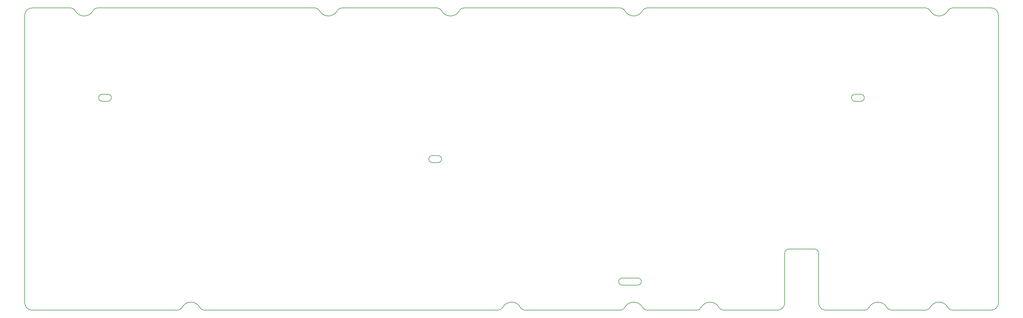
<source format=gbr>
%TF.GenerationSoftware,KiCad,Pcbnew,8.0.6*%
%TF.CreationDate,2024-11-20T17:36:00+07:00*%
%TF.ProjectId,Heart HE 65,48656172-7420-4484-9520-36352e6b6963,rev?*%
%TF.SameCoordinates,Original*%
%TF.FileFunction,Profile,NP*%
%FSLAX46Y46*%
G04 Gerber Fmt 4.6, Leading zero omitted, Abs format (unit mm)*
G04 Created by KiCad (PCBNEW 8.0.6) date 2024-11-20 17:36:00*
%MOMM*%
%LPD*%
G01*
G04 APERTURE LIST*
%TA.AperFunction,Profile*%
%ADD10C,0.200000*%
%TD*%
G04 APERTURE END LIST*
D10*
X228075000Y-67400000D02*
G75*
G02*
X229325000Y-66150000I1250000J0D01*
G01*
X5401894Y9000000D02*
G75*
G02*
X6731933Y8193551I6J-1500000D01*
G01*
X140081928Y-84393548D02*
G75*
G02*
X138751894Y-85199994I-1330028J693548D01*
G01*
X126618071Y8193548D02*
G75*
G02*
X127948105Y8999995I1330029J-693548D01*
G01*
X176851894Y9000000D02*
G75*
G02*
X178181933Y8193551I6J-1500000D01*
G01*
X119962483Y-37000037D02*
X118162486Y-37000037D01*
X183768071Y8193548D02*
G75*
G02*
X185098105Y8999995I1330029J-693548D01*
G01*
X280348106Y-85200000D02*
G75*
G02*
X279018067Y-84393551I-6J1500000D01*
G01*
X118162486Y-39200038D02*
G75*
G02*
X118162486Y-36999962I14J1100038D01*
G01*
X228075000Y-67400000D02*
X228075000Y-82950000D01*
X5401894Y9000000D02*
X-6750000Y9000000D01*
X250012487Y-20100038D02*
G75*
G02*
X250012486Y-17899962I13J1100038D01*
G01*
X119701894Y9000000D02*
G75*
G02*
X121031933Y8193551I6J-1500000D01*
G01*
X81601894Y9000000D02*
G75*
G02*
X82931933Y8193551I6J-1500000D01*
G01*
X16962483Y-17900037D02*
X15162487Y-17900037D01*
X280348106Y-85200000D02*
X292500000Y-85200000D01*
X208910606Y-85200000D02*
G75*
G02*
X207580567Y-84393551I-6J1500000D01*
G01*
X273431929Y-84393548D02*
G75*
G02*
X279018071Y-84393549I2793071J-1456452D01*
G01*
X182262479Y-75190728D02*
G75*
G02*
X182262479Y-77390672I21J-1099972D01*
G01*
X177393890Y-75190728D02*
X182262479Y-75190728D01*
X15162487Y-20100038D02*
X16962483Y-20100038D01*
X46985606Y-85200000D02*
G75*
G02*
X45655567Y-84393551I-6J1500000D01*
G01*
X12318071Y8193548D02*
G75*
G02*
X13648105Y8999995I1330029J-693548D01*
G01*
X-9000000Y-82950000D02*
X-9000000Y6750000D01*
X176851894Y9000000D02*
X127948105Y9000000D01*
X229325000Y-66150000D02*
X237400000Y-66150000D01*
X251812483Y-17900037D02*
X250012486Y-17900037D01*
X237400000Y-66150000D02*
G75*
G02*
X238650000Y-67400000I0J-1250000D01*
G01*
X251812483Y-17900037D02*
G75*
G02*
X251812483Y-20099963I17J-1099963D01*
G01*
X261298106Y-85200000D02*
G75*
G02*
X259968067Y-84393551I-6J1500000D01*
G01*
X292500000Y9000000D02*
X280348105Y9000000D01*
X81601894Y9000000D02*
X13648105Y9000000D01*
X272101894Y-85200000D02*
X261298106Y-85200000D01*
X178181929Y-84393548D02*
G75*
G02*
X183768071Y-84393549I2793071J-1456452D01*
G01*
X273431928Y-84393548D02*
G75*
G02*
X272101894Y-85199994I-1330028J693548D01*
G01*
X183768072Y8193548D02*
G75*
G02*
X178181928Y8193548I-2793072J1456451D01*
G01*
X225825001Y-85200000D02*
X208910606Y-85200000D01*
X119701894Y9000000D02*
X89848105Y9000000D01*
X254381928Y-84393548D02*
G75*
G02*
X253051894Y-85199994I-1330028J693548D01*
G01*
X185098106Y-85200000D02*
G75*
G02*
X183768067Y-84393551I-6J1500000D01*
G01*
X201994429Y-84393548D02*
G75*
G02*
X207580571Y-84393549I2793071J-1456452D01*
G01*
X38739394Y-85200000D02*
X-6750000Y-85200000D01*
X118162486Y-39200038D02*
X119962483Y-39200038D01*
X40069429Y-84393548D02*
G75*
G02*
X45655571Y-84393549I2793071J-1456452D01*
G01*
X254381929Y-84393548D02*
G75*
G02*
X259968071Y-84393549I2793071J-1456452D01*
G01*
X200664394Y-85200000D02*
X185098106Y-85200000D01*
X-9000000Y6750000D02*
G75*
G02*
X-6750000Y9000000I2250000J0D01*
G01*
X15162487Y-20100038D02*
G75*
G02*
X15162487Y-17900042I-37J1099998D01*
G01*
X272101894Y9000000D02*
X185098105Y9000000D01*
X88518072Y8193548D02*
G75*
G02*
X82931928Y8193548I-2793072J1456451D01*
G01*
X292500000Y9000000D02*
G75*
G02*
X294750000Y6750000I0J-2250000D01*
G01*
X294750000Y-82950000D02*
X294750000Y6750000D01*
X177393890Y-77390729D02*
G75*
G02*
X177393890Y-75190671I10J1100029D01*
G01*
X138751894Y-85200000D02*
X46985606Y-85200000D01*
X40069428Y-84393548D02*
G75*
G02*
X38739394Y-85199994I-1330028J693548D01*
G01*
X228075000Y-82950000D02*
G75*
G02*
X225825000Y-85200000I-2250000J0D01*
G01*
X250012487Y-20100038D02*
X251812483Y-20100038D01*
X88518071Y8193548D02*
G75*
G02*
X89848105Y8999995I1330029J-693548D01*
G01*
X140081929Y-84393548D02*
G75*
G02*
X145668071Y-84393549I2793071J-1456452D01*
G01*
X146998106Y-85200000D02*
G75*
G02*
X145668067Y-84393551I-6J1500000D01*
G01*
X-6750000Y-85200000D02*
G75*
G02*
X-9000000Y-82950000I-20J2249980D01*
G01*
X16962483Y-17900037D02*
G75*
G02*
X16962483Y-20100043I-33J-1100003D01*
G01*
X238650000Y-82950000D02*
X238650000Y-67400000D01*
X119962483Y-37000037D02*
G75*
G02*
X119962483Y-39199963I17J-1099963D01*
G01*
X240900000Y-85200000D02*
G75*
G02*
X238650000Y-82950000I0J2250000D01*
G01*
X176851894Y-85200000D02*
X146998106Y-85200000D01*
X126618072Y8193548D02*
G75*
G02*
X121031928Y8193548I-2793072J1456451D01*
G01*
X201994428Y-84393548D02*
G75*
G02*
X200664394Y-85199994I-1330028J693548D01*
G01*
X279018071Y8193548D02*
G75*
G02*
X280348105Y8999995I1330029J-693548D01*
G01*
X279018072Y8193548D02*
G75*
G02*
X273431928Y8193548I-2793072J1456451D01*
G01*
X272101894Y9000000D02*
G75*
G02*
X273431933Y8193551I6J-1500000D01*
G01*
X178181928Y-84393548D02*
G75*
G02*
X176851894Y-85199994I-1330028J693548D01*
G01*
X12318072Y8193548D02*
G75*
G02*
X6731928Y8193548I-2793072J1456451D01*
G01*
X182262479Y-77390729D02*
X177393890Y-77390729D01*
X294750000Y-82950000D02*
G75*
G02*
X292500000Y-85200000I-2250000J0D01*
G01*
X253051894Y-85200000D02*
X240900000Y-85200000D01*
M02*

</source>
